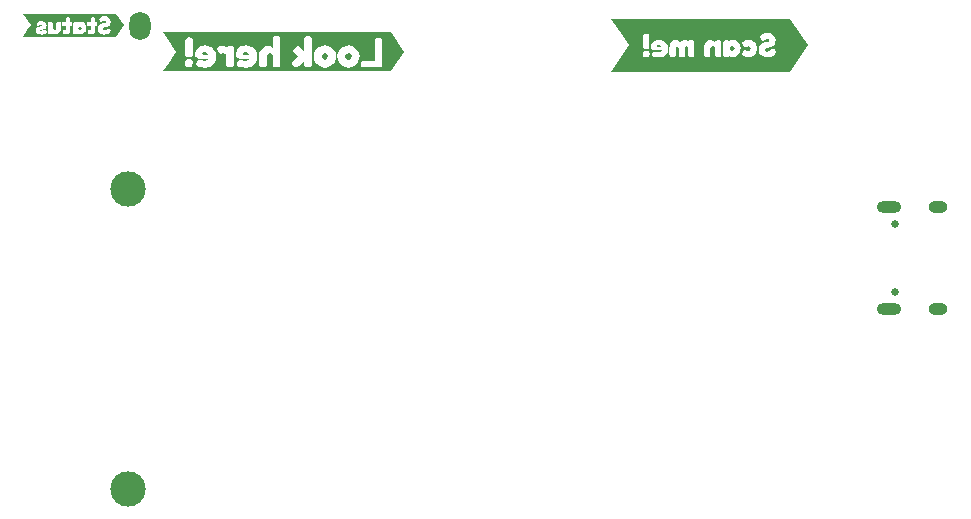
<source format=gbr>
%TF.GenerationSoftware,KiCad,Pcbnew,8.0.9*%
%TF.CreationDate,2025-05-16T14:56:25+01:00*%
%TF.ProjectId,bizcamera,62697a63-616d-4657-9261-2e6b69636164,rev?*%
%TF.SameCoordinates,Original*%
%TF.FileFunction,Soldermask,Bot*%
%TF.FilePolarity,Negative*%
%FSLAX46Y46*%
G04 Gerber Fmt 4.6, Leading zero omitted, Abs format (unit mm)*
G04 Created by KiCad (PCBNEW 8.0.9) date 2025-05-16 14:56:25*
%MOMM*%
%LPD*%
G01*
G04 APERTURE LIST*
%ADD10C,0.000000*%
%ADD11O,1.800000X2.400000*%
%ADD12C,3.000000*%
%ADD13C,0.650000*%
%ADD14O,2.100000X1.000000*%
%ADD15O,1.600000X1.000000*%
G04 APERTURE END LIST*
D10*
%TO.C,kibuzzard-68265CF0*%
G36*
X120494506Y-70407639D02*
G01*
X120540644Y-70517082D01*
X120492361Y-70623305D01*
X120379700Y-70669442D01*
X120275622Y-70623305D01*
X120231631Y-70514936D01*
X120275622Y-70405494D01*
X120383991Y-70360429D01*
X120494506Y-70407639D01*
G37*
G36*
X124103352Y-70310000D02*
G01*
X123468398Y-71262432D01*
X123021330Y-71262432D01*
X122463391Y-71262432D01*
X121233777Y-71262432D01*
X120025622Y-71262432D01*
X119117897Y-71262432D01*
X117886137Y-71262432D01*
X117156524Y-71262432D01*
X116658670Y-71262432D01*
X116211602Y-71262432D01*
X115576648Y-71262432D01*
X115944792Y-70710215D01*
X116677983Y-70710215D01*
X116697124Y-70843863D01*
X116754549Y-70947811D01*
X116850258Y-71022060D01*
X116984249Y-71066609D01*
X117156524Y-71081459D01*
X117298423Y-71066974D01*
X117445150Y-71023519D01*
X117557006Y-70958605D01*
X117594292Y-70879742D01*
X117574442Y-70803562D01*
X117514893Y-70703777D01*
X117431202Y-70660858D01*
X117282060Y-70713433D01*
X117122189Y-70766009D01*
X117040644Y-70731674D01*
X117071760Y-70694120D01*
X117177983Y-70664077D01*
X117293863Y-70635107D01*
X117409340Y-70582935D01*
X117491824Y-70507961D01*
X117541314Y-70410188D01*
X117557811Y-70289614D01*
X117533285Y-70165150D01*
X117690858Y-70165150D01*
X117690858Y-70871159D01*
X117691931Y-70928026D01*
X117703734Y-70977382D01*
X117733777Y-71021373D01*
X117791717Y-71048197D01*
X117886137Y-71060000D01*
X118014356Y-71034785D01*
X118072833Y-70959142D01*
X118177446Y-71033176D01*
X118293863Y-71057854D01*
X118425002Y-71040448D01*
X118540882Y-70988231D01*
X118641502Y-70901202D01*
X118718994Y-70788660D01*
X118765489Y-70659905D01*
X118780987Y-70514936D01*
X118780987Y-70171588D01*
X118866824Y-70171588D01*
X118882918Y-70277811D01*
X118930129Y-70336824D01*
X118989142Y-70359356D01*
X119062103Y-70364721D01*
X119173691Y-70362575D01*
X119173691Y-70611502D01*
X119161888Y-70675880D01*
X119115751Y-70693047D01*
X119036352Y-70697339D01*
X118978412Y-70717725D01*
X118935494Y-70770300D01*
X118922618Y-70869013D01*
X118938712Y-70979528D01*
X118989142Y-71038541D01*
X119048155Y-71058927D01*
X119117897Y-71062146D01*
X119256309Y-71050463D01*
X119368255Y-71015412D01*
X119453734Y-70956996D01*
X119513939Y-70874020D01*
X119550062Y-70765293D01*
X119562103Y-70630815D01*
X119562103Y-70358283D01*
X119615751Y-70358283D01*
X119715536Y-70311073D01*
X119744506Y-70169442D01*
X119743974Y-70167296D01*
X119830343Y-70167296D01*
X119830343Y-70864721D01*
X119833562Y-70937682D01*
X119853948Y-70994549D01*
X119914034Y-71042833D01*
X120025622Y-71057854D01*
X120147403Y-71038541D01*
X120208026Y-70980601D01*
X120310494Y-71038541D01*
X120433348Y-71057854D01*
X120557454Y-71039495D01*
X120672260Y-70984416D01*
X120777768Y-70892618D01*
X120861817Y-70776977D01*
X120912246Y-70650367D01*
X120929056Y-70512790D01*
X120912127Y-70378789D01*
X120861340Y-70254325D01*
X120800403Y-70171588D01*
X120982704Y-70171588D01*
X120998798Y-70277811D01*
X121046009Y-70336824D01*
X121105021Y-70359356D01*
X121177983Y-70364721D01*
X121289571Y-70362575D01*
X121289571Y-70611502D01*
X121277768Y-70675880D01*
X121231631Y-70693047D01*
X121152232Y-70697339D01*
X121094292Y-70717725D01*
X121051373Y-70770300D01*
X121038498Y-70869013D01*
X121054592Y-70979528D01*
X121105021Y-71038541D01*
X121164034Y-71058927D01*
X121233777Y-71062146D01*
X121372189Y-71050463D01*
X121484134Y-71015412D01*
X121569614Y-70956996D01*
X121629819Y-70874020D01*
X121665942Y-70765293D01*
X121677983Y-70630815D01*
X121677983Y-70577167D01*
X121911888Y-70577167D01*
X121921009Y-70679635D01*
X121948369Y-70772446D01*
X122041717Y-70917296D01*
X122173691Y-71012790D01*
X122320687Y-71067511D01*
X122463391Y-71083605D01*
X122583562Y-71073948D01*
X122684421Y-71050343D01*
X122767039Y-71014936D01*
X122833562Y-70974163D01*
X122885064Y-70932318D01*
X122922618Y-70894764D01*
X122946223Y-70864721D01*
X122959099Y-70849700D01*
X123012747Y-70710215D01*
X122922618Y-70572876D01*
X122833443Y-70523281D01*
X122740453Y-70537587D01*
X122643648Y-70615794D01*
X122556738Y-70694120D01*
X122471974Y-70714506D01*
X122345365Y-70683391D01*
X122306738Y-70583605D01*
X122362532Y-70517082D01*
X122530987Y-70466652D01*
X122633187Y-70439024D01*
X122714464Y-70409785D01*
X122834635Y-70341116D01*
X122920472Y-70248841D01*
X122971974Y-70132961D01*
X122989142Y-69993476D01*
X122973166Y-69869371D01*
X122925241Y-69760286D01*
X122845365Y-69666223D01*
X122741168Y-69594096D01*
X122620281Y-69550820D01*
X122482704Y-69536395D01*
X122320806Y-69550701D01*
X122184182Y-69593619D01*
X122072833Y-69665150D01*
X121995579Y-69775665D01*
X122047082Y-69907639D01*
X122173691Y-70011717D01*
X122317468Y-69972017D01*
X122342146Y-69951631D01*
X122372189Y-69926953D01*
X122414034Y-69910858D01*
X122484850Y-69903348D01*
X122564249Y-69930172D01*
X122598584Y-69995622D01*
X122561030Y-70065365D01*
X122476266Y-70102918D01*
X122345365Y-70129742D01*
X122208026Y-70163004D01*
X122086513Y-70218798D01*
X121992361Y-70300343D01*
X121932006Y-70416760D01*
X121911888Y-70577167D01*
X121677983Y-70577167D01*
X121677983Y-70358283D01*
X121731631Y-70358283D01*
X121831416Y-70311073D01*
X121860386Y-70169442D01*
X121826052Y-70031030D01*
X121723047Y-69984893D01*
X121677983Y-69984893D01*
X121677983Y-69798197D01*
X121674764Y-69726309D01*
X121654378Y-69670515D01*
X121595365Y-69625451D01*
X121482704Y-69611502D01*
X121374335Y-69626524D01*
X121315322Y-69674807D01*
X121293863Y-69734893D01*
X121289571Y-69806781D01*
X121289571Y-69978455D01*
X121175837Y-69974163D01*
X121118970Y-69975236D01*
X121068541Y-69987039D01*
X121022403Y-70017082D01*
X120994506Y-70076094D01*
X120982704Y-70171588D01*
X120800403Y-70171588D01*
X120776695Y-70139399D01*
X120670830Y-70047601D01*
X120556381Y-69992523D01*
X120433348Y-69974163D01*
X120307275Y-69995622D01*
X120208026Y-70060000D01*
X120153305Y-69994013D01*
X120023476Y-69972017D01*
X119912961Y-69987039D01*
X119853948Y-70036395D01*
X119833562Y-70095408D01*
X119830343Y-70167296D01*
X119743974Y-70167296D01*
X119710172Y-70031030D01*
X119607167Y-69984893D01*
X119562103Y-69984893D01*
X119562103Y-69798197D01*
X119558884Y-69726309D01*
X119538498Y-69670515D01*
X119479485Y-69625451D01*
X119366824Y-69611502D01*
X119258455Y-69626524D01*
X119199442Y-69674807D01*
X119177983Y-69734893D01*
X119173691Y-69806781D01*
X119173691Y-69978455D01*
X119059957Y-69974163D01*
X119003090Y-69975236D01*
X118952661Y-69987039D01*
X118906524Y-70017082D01*
X118878627Y-70076094D01*
X118866824Y-70171588D01*
X118780987Y-70171588D01*
X118780987Y-70165150D01*
X118777768Y-70091116D01*
X118757382Y-70033176D01*
X118697296Y-69984893D01*
X118585708Y-69969871D01*
X118474120Y-69984893D01*
X118414034Y-70034249D01*
X118393648Y-70093262D01*
X118390429Y-70167296D01*
X118390429Y-70514936D01*
X118349657Y-70628670D01*
X118235923Y-70669442D01*
X118123262Y-70627597D01*
X118081416Y-70514936D01*
X118081416Y-70163004D01*
X118078197Y-70091116D01*
X118057811Y-70033176D01*
X117998798Y-69984893D01*
X117886137Y-69969871D01*
X117774549Y-69984893D01*
X117714464Y-70034249D01*
X117694077Y-70093262D01*
X117690858Y-70165150D01*
X117533285Y-70165150D01*
X117529109Y-70143959D01*
X117443004Y-70037468D01*
X117354425Y-69989185D01*
X117241764Y-69960215D01*
X117105021Y-69950558D01*
X116956416Y-69968262D01*
X116806738Y-70021373D01*
X116723584Y-70110429D01*
X116770258Y-70244549D01*
X116877554Y-70326094D01*
X116995579Y-70287468D01*
X117128627Y-70248841D01*
X117208026Y-70291760D01*
X117204807Y-70311073D01*
X117195150Y-70326094D01*
X117181202Y-70337897D01*
X117160815Y-70347554D01*
X117137210Y-70355064D01*
X117109313Y-70362575D01*
X117079270Y-70369013D01*
X117044936Y-70374378D01*
X117010601Y-70379742D01*
X116893648Y-70407639D01*
X116790644Y-70456996D01*
X116706953Y-70555708D01*
X116677983Y-70710215D01*
X115944792Y-70710215D01*
X116211602Y-70310000D01*
X115576648Y-69357568D01*
X116211602Y-69357568D01*
X116658670Y-69357568D01*
X123021330Y-69357568D01*
X123468398Y-69357568D01*
X124103352Y-70310000D01*
G37*
%TO.C,kibuzzard-68265B48*%
G36*
X169563970Y-72020479D02*
G01*
X169631209Y-72147804D01*
X169310751Y-72147804D01*
X169233498Y-72079134D01*
X169279277Y-71994728D01*
X169402310Y-71964685D01*
X169563970Y-72020479D01*
G37*
G36*
X175749950Y-72116330D02*
G01*
X175811466Y-72262253D01*
X175747089Y-72403884D01*
X175596874Y-72465400D01*
X175458104Y-72403884D01*
X175399449Y-72259392D01*
X175458104Y-72113469D01*
X175602596Y-72053383D01*
X175749950Y-72116330D01*
G37*
G36*
X182006348Y-71987575D02*
G01*
X180522959Y-74212658D01*
X179330780Y-74212658D01*
X178586860Y-74212658D01*
X176990293Y-74212658D01*
X175124771Y-74212658D01*
X173499592Y-74212658D01*
X172149091Y-74212658D01*
X169399449Y-74212658D01*
X168337933Y-74212658D01*
X168063254Y-74212658D01*
X166871075Y-74212658D01*
X165387686Y-74212658D01*
X166382758Y-72720050D01*
X168063254Y-72720050D01*
X168068977Y-72820193D01*
X168097589Y-72901738D01*
X168180565Y-72970408D01*
X168337933Y-72991867D01*
X168474199Y-72976488D01*
X168556817Y-72930350D01*
X168612611Y-72714328D01*
X168609749Y-72637074D01*
X168592582Y-72565544D01*
X168551094Y-72499735D01*
X168469549Y-72459678D01*
X168337933Y-72442876D01*
X168335071Y-72442511D01*
X168199163Y-72457532D01*
X168117618Y-72502596D01*
X168063254Y-72720050D01*
X166382758Y-72720050D01*
X166871075Y-71987575D01*
X166356054Y-71215043D01*
X168074699Y-71215043D01*
X168074699Y-72059106D01*
X168078991Y-72144943D01*
X168106173Y-72213612D01*
X168186287Y-72270837D01*
X168337933Y-72288004D01*
X168486717Y-72270837D01*
X168566831Y-72213612D01*
X168594013Y-72143512D01*
X168597039Y-72081996D01*
X168735644Y-72081996D01*
X168755315Y-72223984D01*
X168814327Y-72329492D01*
X168905529Y-72394943D01*
X169021767Y-72416760D01*
X169631209Y-72416760D01*
X169545372Y-72525486D01*
X169376559Y-72565544D01*
X169144800Y-72528348D01*
X169013183Y-72491152D01*
X168918762Y-72525486D01*
X168841509Y-72628491D01*
X168804313Y-72760107D01*
X168841509Y-72874020D01*
X168953097Y-72955386D01*
X169139077Y-73004206D01*
X169399449Y-73020479D01*
X169591151Y-73002954D01*
X169759964Y-72950379D01*
X169899807Y-72869192D01*
X170004599Y-72765830D01*
X170081137Y-72648519D01*
X170136216Y-72525486D01*
X170169478Y-72398162D01*
X170180565Y-72267976D01*
X170179906Y-72262253D01*
X170300737Y-72262253D01*
X170300737Y-72728634D01*
X170305028Y-72827346D01*
X170332210Y-72904599D01*
X170412325Y-72968977D01*
X170563970Y-72989006D01*
X170711323Y-72968977D01*
X170790007Y-72903169D01*
X170817189Y-72823054D01*
X170821481Y-72725772D01*
X170821481Y-72259392D01*
X170855815Y-72107031D01*
X170958820Y-72056245D01*
X171063254Y-72102024D01*
X171093297Y-72262253D01*
X171093297Y-72728634D01*
X171097589Y-72827346D01*
X171124771Y-72904599D01*
X171204885Y-72968977D01*
X171356531Y-72989006D01*
X171503884Y-72968977D01*
X171582568Y-72903169D01*
X171609749Y-72823054D01*
X171614041Y-72725772D01*
X171614041Y-72259392D01*
X171648376Y-72107031D01*
X171751380Y-72056245D01*
X171852239Y-72107031D01*
X171885858Y-72259392D01*
X171885858Y-72731495D01*
X171890150Y-72828777D01*
X171917332Y-72904599D01*
X171997446Y-72968977D01*
X172149091Y-72989006D01*
X172296445Y-72968977D01*
X172375129Y-72904599D01*
X172402310Y-72827346D01*
X172406602Y-72728634D01*
X172406602Y-72259392D01*
X173239220Y-72259392D01*
X173239220Y-72728634D01*
X173243512Y-72824485D01*
X173270694Y-72901738D01*
X173349378Y-72966116D01*
X173499592Y-72986144D01*
X173651237Y-72966116D01*
X173731352Y-72900307D01*
X173758533Y-72821624D01*
X173762825Y-72725772D01*
X173762825Y-72259392D01*
X173815758Y-72107747D01*
X173965973Y-72053383D01*
X174117618Y-72109177D01*
X174174842Y-72259392D01*
X174174842Y-72728634D01*
X174179134Y-72824485D01*
X174206316Y-72901738D01*
X174286430Y-72966116D01*
X174435214Y-72986144D01*
X174582568Y-72966116D01*
X174661252Y-72901738D01*
X174688433Y-72824485D01*
X174692725Y-72725772D01*
X174692725Y-71795873D01*
X174864399Y-71795873D01*
X174864399Y-72725772D01*
X174868691Y-72823054D01*
X174895873Y-72898877D01*
X174975987Y-72963255D01*
X175124771Y-72983283D01*
X175287146Y-72957532D01*
X175367976Y-72880279D01*
X175504599Y-72957532D01*
X175668405Y-72983283D01*
X175833879Y-72958804D01*
X175986955Y-72885365D01*
X176127632Y-72762968D01*
X176239697Y-72608780D01*
X176306936Y-72439967D01*
X176329349Y-72256531D01*
X176306777Y-72077863D01*
X176239061Y-71911911D01*
X176178885Y-71830207D01*
X176443798Y-71830207D01*
X176503884Y-71993297D01*
X176606888Y-72111323D01*
X176709893Y-72150665D01*
X176851523Y-72099163D01*
X176996016Y-72047661D01*
X177144800Y-72109177D01*
X177207747Y-72259392D01*
X177146230Y-72411037D01*
X177001738Y-72473984D01*
X176875844Y-72436788D01*
X176727060Y-72373841D01*
X176627632Y-72411752D01*
X176512468Y-72525486D01*
X176447295Y-72657739D01*
X176476861Y-72779818D01*
X176601166Y-72891724D01*
X176795729Y-72975415D01*
X176990293Y-73003312D01*
X177114399Y-72991152D01*
X177240651Y-72954671D01*
X177364757Y-72896016D01*
X177482425Y-72817332D01*
X177586144Y-72713970D01*
X177668405Y-72581280D01*
X177722053Y-72426416D01*
X177730900Y-72342368D01*
X177851523Y-72342368D01*
X177863684Y-72478991D01*
X177900164Y-72602740D01*
X178024628Y-72795873D01*
X178200594Y-72923197D01*
X178396588Y-72996159D01*
X178586860Y-73017618D01*
X178747089Y-73004742D01*
X178881566Y-72973269D01*
X178991724Y-72926059D01*
X179080422Y-72871695D01*
X179149091Y-72815901D01*
X179199163Y-72765830D01*
X179230636Y-72725772D01*
X179247804Y-72705744D01*
X179319335Y-72519764D01*
X179199163Y-72336645D01*
X179080263Y-72270519D01*
X178956276Y-72289594D01*
X178827203Y-72393870D01*
X178711323Y-72498305D01*
X178598305Y-72525486D01*
X178429492Y-72483998D01*
X178377990Y-72350951D01*
X178452382Y-72262253D01*
X178676988Y-72195014D01*
X178813254Y-72158176D01*
X178921624Y-72119192D01*
X179081852Y-72027632D01*
X179196302Y-71904599D01*
X179264971Y-71750093D01*
X179287861Y-71564113D01*
X179266561Y-71398638D01*
X179202660Y-71253193D01*
X179096159Y-71127775D01*
X178957230Y-71031606D01*
X178796047Y-70973905D01*
X178612611Y-70954671D01*
X178396747Y-70973746D01*
X178214582Y-71030970D01*
X178066116Y-71126345D01*
X177963111Y-71273698D01*
X178031781Y-71449664D01*
X178200594Y-71588433D01*
X178392296Y-71535501D01*
X178425200Y-71508319D01*
X178465257Y-71475415D01*
X178521051Y-71453956D01*
X178615472Y-71443941D01*
X178721337Y-71479707D01*
X178767117Y-71566974D01*
X178717046Y-71659964D01*
X178604027Y-71710036D01*
X178429492Y-71745801D01*
X178246373Y-71790150D01*
X178084356Y-71864542D01*
X177958820Y-71973269D01*
X177878347Y-72128491D01*
X177851523Y-72342368D01*
X177730900Y-72342368D01*
X177739935Y-72256531D01*
X177722053Y-72089149D01*
X177668405Y-71936073D01*
X177586502Y-71804814D01*
X177483855Y-71702883D01*
X177367260Y-71625272D01*
X177243512Y-71566974D01*
X177117976Y-71530493D01*
X176996016Y-71518333D01*
X176791438Y-71546946D01*
X176601166Y-71632782D01*
X176525343Y-71682854D01*
X176470980Y-71744370D01*
X176443798Y-71830207D01*
X176178885Y-71830207D01*
X176126202Y-71758677D01*
X175985048Y-71636279D01*
X175832449Y-71562841D01*
X175668405Y-71538362D01*
X175500307Y-71566974D01*
X175367976Y-71652811D01*
X175295014Y-71564828D01*
X175121910Y-71535501D01*
X174974556Y-71555529D01*
X174895873Y-71621338D01*
X174868691Y-71700021D01*
X174864399Y-71795873D01*
X174692725Y-71795873D01*
X174692725Y-71784428D01*
X174687003Y-71690007D01*
X174659821Y-71615615D01*
X174581137Y-71554099D01*
X174432353Y-71535501D01*
X174297875Y-71552668D01*
X174220622Y-71599878D01*
X174189149Y-71654242D01*
X174180565Y-71712897D01*
X174027489Y-71589864D01*
X173820050Y-71535501D01*
X173649012Y-71558073D01*
X173505950Y-71625788D01*
X173390865Y-71738648D01*
X173306618Y-71886796D01*
X173256070Y-72060377D01*
X173239220Y-72259392D01*
X172406602Y-72259392D01*
X172406602Y-71793011D01*
X172402310Y-71695730D01*
X172375129Y-71619907D01*
X172295014Y-71555529D01*
X172143369Y-71535501D01*
X171980279Y-71570551D01*
X171903026Y-71675701D01*
X171772840Y-71568405D01*
X171622625Y-71532639D01*
X171459217Y-71555847D01*
X171323785Y-71625470D01*
X171216330Y-71741509D01*
X171095841Y-71625470D01*
X170967085Y-71555847D01*
X170830064Y-71532639D01*
X170674763Y-71553781D01*
X170544577Y-71617205D01*
X170439506Y-71722911D01*
X170362412Y-71867403D01*
X170316155Y-72047184D01*
X170300737Y-72262253D01*
X170179906Y-72262253D01*
X170156244Y-72056721D01*
X170083283Y-71873126D01*
X169961681Y-71717189D01*
X169801611Y-71598766D01*
X169613247Y-71527712D01*
X169396588Y-71504027D01*
X169199640Y-71524692D01*
X169036073Y-71586685D01*
X168905887Y-71690007D01*
X168778204Y-71880994D01*
X168735644Y-72081996D01*
X168597039Y-72081996D01*
X168598305Y-72056245D01*
X168598305Y-71212182D01*
X168594013Y-71124914D01*
X168566831Y-71053383D01*
X168486717Y-70993297D01*
X168335071Y-70974699D01*
X168186287Y-70993297D01*
X168106173Y-71054814D01*
X168078991Y-71127775D01*
X168074699Y-71215043D01*
X166356054Y-71215043D01*
X165387686Y-69762492D01*
X166871075Y-69762492D01*
X168063254Y-69762492D01*
X179330780Y-69762492D01*
X180522959Y-69762492D01*
X182006348Y-71987575D01*
G37*
%TO.C,kibuzzard-68265CCE*%
G36*
X131170043Y-72631202D02*
G01*
X131254092Y-72790358D01*
X130853519Y-72790358D01*
X130756953Y-72704521D01*
X130814177Y-72599013D01*
X130967969Y-72561459D01*
X131170043Y-72631202D01*
G37*
G36*
X134628555Y-72631202D02*
G01*
X134712604Y-72790358D01*
X134312031Y-72790358D01*
X134215465Y-72704521D01*
X134272690Y-72599013D01*
X134426481Y-72561459D01*
X134628555Y-72631202D01*
G37*
G36*
X141345293Y-72720615D02*
G01*
X141429342Y-72929843D01*
X141336352Y-73148011D01*
X141139642Y-73219542D01*
X140939356Y-73148011D01*
X140842790Y-72926266D01*
X140925050Y-72715250D01*
X141143219Y-72636567D01*
X141345293Y-72720615D01*
G37*
G36*
X143341001Y-72720615D02*
G01*
X143425050Y-72929843D01*
X143332060Y-73148011D01*
X143135351Y-73219542D01*
X142935064Y-73148011D01*
X142838498Y-72926266D01*
X142920758Y-72715250D01*
X143138927Y-72636567D01*
X143341001Y-72720615D01*
G37*
G36*
X147823794Y-72540000D02*
G01*
X146730963Y-74179247D01*
X145985851Y-74179247D01*
X145660386Y-74179247D01*
X143128197Y-74179247D01*
X141132489Y-74179247D01*
X138696867Y-74179247D01*
X135878555Y-74179247D01*
X134422904Y-74179247D01*
X133110315Y-74179247D01*
X130964392Y-74179247D01*
X129637496Y-74179247D01*
X129294149Y-74179247D01*
X128549037Y-74179247D01*
X127456206Y-74179247D01*
X127905261Y-73505665D01*
X129294149Y-73505665D01*
X129301302Y-73630844D01*
X129337067Y-73732775D01*
X129440787Y-73818612D01*
X129637496Y-73845436D01*
X129807829Y-73826212D01*
X129911102Y-73768541D01*
X129980844Y-73498512D01*
X129977268Y-73401946D01*
X129955808Y-73312532D01*
X129903948Y-73230272D01*
X129802017Y-73180200D01*
X129637496Y-73159198D01*
X129633920Y-73158741D01*
X129464034Y-73177518D01*
X129362103Y-73233848D01*
X129294149Y-73505665D01*
X127905261Y-73505665D01*
X128549037Y-72540000D01*
X127938641Y-71624406D01*
X129308455Y-71624406D01*
X129308455Y-72679485D01*
X129313820Y-72786781D01*
X129347797Y-72872618D01*
X129447940Y-72944149D01*
X129637496Y-72965608D01*
X129823476Y-72944149D01*
X129923619Y-72872618D01*
X129957597Y-72784993D01*
X129961378Y-72708097D01*
X130134635Y-72708097D01*
X130159224Y-72885583D01*
X130232990Y-73017468D01*
X130346992Y-73099281D01*
X130492289Y-73126552D01*
X131254092Y-73126552D01*
X131146795Y-73262461D01*
X130935780Y-73312532D01*
X130646080Y-73266037D01*
X130481559Y-73219542D01*
X130363534Y-73262461D01*
X130266967Y-73391216D01*
X130220472Y-73555737D01*
X130266967Y-73698128D01*
X130406452Y-73799835D01*
X130638927Y-73860860D01*
X130964392Y-73881202D01*
X131204020Y-73859295D01*
X131415036Y-73793577D01*
X131589839Y-73692092D01*
X131720830Y-73562890D01*
X131816502Y-73416252D01*
X131885351Y-73262461D01*
X131926928Y-73103305D01*
X131940787Y-72940572D01*
X131910386Y-72676505D01*
X131819185Y-72447010D01*
X131676944Y-72264607D01*
X132030200Y-72264607D01*
X132049871Y-72432257D01*
X132108884Y-72570401D01*
X132309170Y-72693791D01*
X132446867Y-72666967D01*
X132534492Y-72640143D01*
X132711531Y-72692003D01*
X132781273Y-72822546D01*
X132781273Y-73519971D01*
X132786638Y-73641574D01*
X132820615Y-73736352D01*
X132920758Y-73816824D01*
X133110315Y-73841860D01*
X133294506Y-73816824D01*
X133392861Y-73734564D01*
X133426838Y-73636209D01*
X133432203Y-73512818D01*
X133432203Y-72708097D01*
X133593147Y-72708097D01*
X133617736Y-72885583D01*
X133691502Y-73017468D01*
X133805504Y-73099281D01*
X133950801Y-73126552D01*
X134712604Y-73126552D01*
X134605308Y-73262461D01*
X134394292Y-73312532D01*
X134104592Y-73266037D01*
X133940072Y-73219542D01*
X133822046Y-73262461D01*
X133725479Y-73391216D01*
X133678984Y-73555737D01*
X133725479Y-73698128D01*
X133864964Y-73799835D01*
X134097439Y-73860860D01*
X134422904Y-73881202D01*
X134662532Y-73859295D01*
X134873548Y-73793577D01*
X135048351Y-73692092D01*
X135179342Y-73562890D01*
X135275014Y-73416252D01*
X135343863Y-73262461D01*
X135385440Y-73103305D01*
X135399299Y-72940572D01*
X135398476Y-72933419D01*
X135553090Y-72933419D01*
X135553090Y-73519971D01*
X135558455Y-73639785D01*
X135592432Y-73736352D01*
X135692575Y-73816824D01*
X135878555Y-73841860D01*
X136062747Y-73816824D01*
X136161102Y-73738140D01*
X136196867Y-73639785D01*
X136204020Y-73512818D01*
X136204020Y-72929843D01*
X136268398Y-72745651D01*
X136443648Y-72675908D01*
X136622475Y-72736710D01*
X136719041Y-72876195D01*
X136719041Y-73519971D01*
X136724406Y-73641574D01*
X136758383Y-73736352D01*
X136858526Y-73816824D01*
X137044506Y-73841860D01*
X137228698Y-73816824D01*
X137327053Y-73736352D01*
X137361030Y-73639785D01*
X137366395Y-73516395D01*
X137366395Y-73477053D01*
X138342790Y-73477053D01*
X138460815Y-73716681D01*
X138589571Y-73826660D01*
X138696867Y-73863319D01*
X138925765Y-73734564D01*
X139365680Y-73323262D01*
X139365680Y-73519971D01*
X139371044Y-73641574D01*
X139405021Y-73736352D01*
X139503376Y-73816824D01*
X139691144Y-73841860D01*
X139875336Y-73816824D01*
X139973691Y-73734564D01*
X140007668Y-73636209D01*
X140013033Y-73516395D01*
X140013033Y-72929843D01*
X140188283Y-72929843D01*
X140221068Y-73193314D01*
X140319423Y-73421021D01*
X140483348Y-73612961D01*
X140686614Y-73758010D01*
X140902995Y-73845039D01*
X141132489Y-73874049D01*
X141364169Y-73844443D01*
X141582338Y-73755625D01*
X141786996Y-73607597D01*
X141951914Y-73414265D01*
X142050865Y-73189539D01*
X142083848Y-72933419D01*
X142083401Y-72929843D01*
X142183991Y-72929843D01*
X142216776Y-73193314D01*
X142315131Y-73421021D01*
X142479056Y-73612961D01*
X142682322Y-73758010D01*
X142898703Y-73845039D01*
X143128197Y-73874049D01*
X143359878Y-73844443D01*
X143578046Y-73755625D01*
X143782704Y-73607597D01*
X143820840Y-73562890D01*
X144183276Y-73562890D01*
X144204735Y-73720258D01*
X144274478Y-73806094D01*
X144360315Y-73836495D01*
X144462246Y-73841860D01*
X145660386Y-73841860D01*
X145846366Y-73816824D01*
X145946509Y-73734564D01*
X145980486Y-73636209D01*
X145985851Y-73512818D01*
X145985851Y-71663748D01*
X145980486Y-71543934D01*
X145946509Y-71445579D01*
X145846366Y-71363319D01*
X145656810Y-71338283D01*
X145470830Y-71363319D01*
X145370687Y-71445579D01*
X145336710Y-71543934D01*
X145331345Y-71667325D01*
X145331345Y-73283920D01*
X144458670Y-73283920D01*
X144356738Y-73289285D01*
X144274478Y-73317897D01*
X144204735Y-73401946D01*
X144183276Y-73562890D01*
X143820840Y-73562890D01*
X143947622Y-73414265D01*
X144046573Y-73189539D01*
X144079557Y-72933419D01*
X144048560Y-72685645D01*
X143955570Y-72462111D01*
X143800587Y-72262818D01*
X143602685Y-72106842D01*
X143380939Y-72013255D01*
X143135351Y-71982060D01*
X142883999Y-72012659D01*
X142659274Y-72104457D01*
X142461173Y-72257454D01*
X142307183Y-72454560D01*
X142214789Y-72678690D01*
X142183991Y-72929843D01*
X142083401Y-72929843D01*
X142052852Y-72685645D01*
X141959862Y-72462111D01*
X141804878Y-72262818D01*
X141606977Y-72106842D01*
X141385231Y-72013255D01*
X141139642Y-71982060D01*
X140888291Y-72012659D01*
X140663565Y-72104457D01*
X140465465Y-72257454D01*
X140311475Y-72454560D01*
X140219081Y-72678690D01*
X140188283Y-72929843D01*
X140013033Y-72929843D01*
X140013033Y-71524263D01*
X140007668Y-71400873D01*
X139973691Y-71304306D01*
X139873548Y-71223834D01*
X139687568Y-71198798D01*
X139503376Y-71223834D01*
X139405021Y-71306094D01*
X139371044Y-71404449D01*
X139365680Y-71527840D01*
X139365680Y-72514964D01*
X139061674Y-72218112D01*
X138827411Y-72091144D01*
X138596724Y-72218112D01*
X138462604Y-72461316D01*
X138596724Y-72683062D01*
X138886423Y-72936996D01*
X138482275Y-73251731D01*
X138342790Y-73477053D01*
X137366395Y-73477053D01*
X137366395Y-71527840D01*
X137361030Y-71408026D01*
X137327053Y-71311459D01*
X137228698Y-71230987D01*
X137040930Y-71205951D01*
X136856738Y-71230987D01*
X136758383Y-71311459D01*
X136724406Y-71408026D01*
X136719041Y-71531416D01*
X136719041Y-72182346D01*
X136549156Y-72067003D01*
X136361388Y-72028555D01*
X136144808Y-72057565D01*
X135952868Y-72144594D01*
X135785565Y-72289642D01*
X135656412Y-72477212D01*
X135578921Y-72691804D01*
X135553090Y-72933419D01*
X135398476Y-72933419D01*
X135368898Y-72676505D01*
X135277697Y-72447010D01*
X135125694Y-72252089D01*
X134925606Y-72104060D01*
X134690151Y-72015242D01*
X134419328Y-71985637D01*
X134173143Y-72011467D01*
X133968684Y-72088959D01*
X133805951Y-72218112D01*
X133646348Y-72456845D01*
X133593147Y-72708097D01*
X133432203Y-72708097D01*
X133432203Y-72346867D01*
X133426838Y-72225265D01*
X133392861Y-72130486D01*
X133294506Y-72050014D01*
X133106738Y-72024979D01*
X132899299Y-72061638D01*
X132799156Y-72171617D01*
X132618541Y-72048226D01*
X132427196Y-72007096D01*
X132319900Y-72016037D01*
X132191144Y-72048226D01*
X132074907Y-72128698D01*
X132030200Y-72264607D01*
X131676944Y-72264607D01*
X131667182Y-72252089D01*
X131467094Y-72104060D01*
X131231639Y-72015242D01*
X130960815Y-71985637D01*
X130714630Y-72011467D01*
X130510172Y-72088959D01*
X130347439Y-72218112D01*
X130187836Y-72456845D01*
X130134635Y-72708097D01*
X129961378Y-72708097D01*
X129962961Y-72675908D01*
X129962961Y-71620830D01*
X129957597Y-71511745D01*
X129923619Y-71422332D01*
X129823476Y-71347225D01*
X129633920Y-71323977D01*
X129447940Y-71347225D01*
X129347797Y-71424120D01*
X129313820Y-71515322D01*
X129308455Y-71624406D01*
X127938641Y-71624406D01*
X127456206Y-70900753D01*
X128549037Y-70900753D01*
X129294149Y-70900753D01*
X145985851Y-70900753D01*
X146730963Y-70900753D01*
X147823794Y-72540000D01*
G37*
%TD*%
D11*
%TO.C,D1*%
X125460000Y-70350000D03*
%TD*%
D12*
%TO.C,BT1*%
X124495000Y-84150000D03*
X124495000Y-109550000D03*
%TD*%
D13*
%TO.C,J3*%
X189395000Y-92890000D03*
X189395000Y-87110000D03*
D14*
X188895000Y-94320000D03*
D15*
X193075000Y-94320000D03*
D14*
X188895000Y-85680000D03*
D15*
X193075000Y-85680000D03*
%TD*%
M02*

</source>
